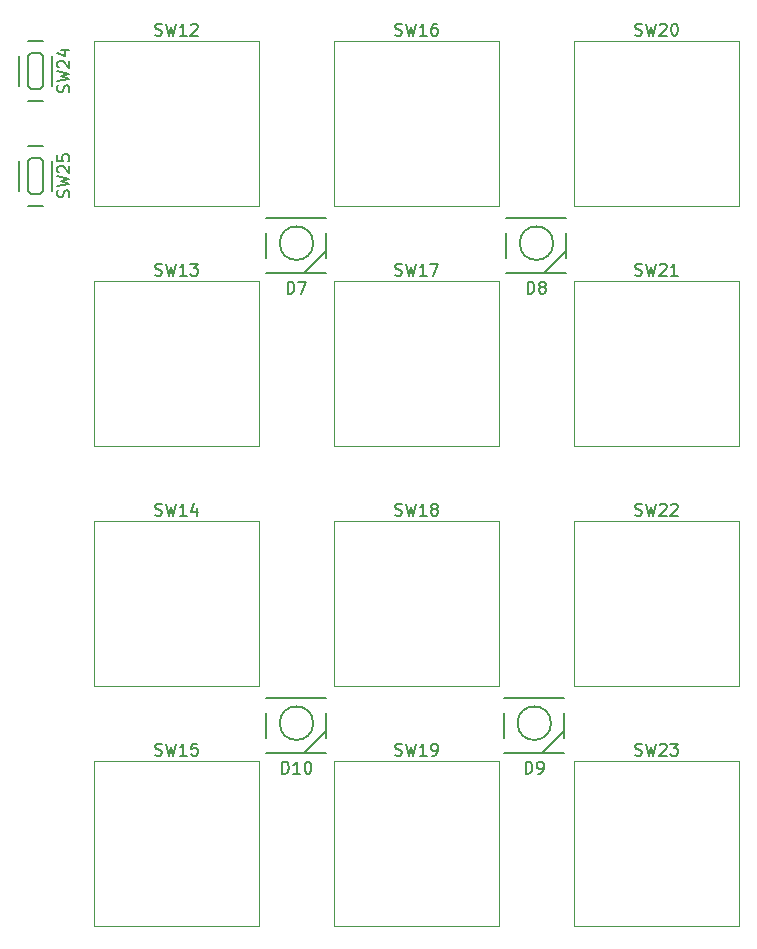
<source format=gto>
G04 #@! TF.GenerationSoftware,KiCad,Pcbnew,(5.1.5)-3*
G04 #@! TF.CreationDate,2020-09-04T17:37:12+09:00*
G04 #@! TF.ProjectId,futureKeyboardLeft,66757475-7265-44b6-9579-626f6172644c,rev?*
G04 #@! TF.SameCoordinates,Original*
G04 #@! TF.FileFunction,Legend,Top*
G04 #@! TF.FilePolarity,Positive*
%FSLAX46Y46*%
G04 Gerber Fmt 4.6, Leading zero omitted, Abs format (unit mm)*
G04 Created by KiCad (PCBNEW (5.1.5)-3) date 2020-09-04 17:37:12*
%MOMM*%
%LPD*%
G04 APERTURE LIST*
%ADD10C,0.120000*%
%ADD11C,0.150000*%
G04 APERTURE END LIST*
D10*
X133985000Y-43180000D02*
X133985000Y-29210000D01*
X147955000Y-43180000D02*
X133985000Y-43180000D01*
X147955000Y-29210000D02*
X147955000Y-43180000D01*
X133985000Y-29210000D02*
X147955000Y-29210000D01*
X133985000Y-63500000D02*
X133985000Y-49530000D01*
X147955000Y-63500000D02*
X133985000Y-63500000D01*
X147955000Y-49530000D02*
X147955000Y-63500000D01*
X133985000Y-49530000D02*
X147955000Y-49530000D01*
X133985000Y-69850000D02*
X147955000Y-69850000D01*
X147955000Y-69850000D02*
X147955000Y-83820000D01*
X147955000Y-83820000D02*
X133985000Y-83820000D01*
X133985000Y-83820000D02*
X133985000Y-69850000D01*
X133985000Y-90170000D02*
X147955000Y-90170000D01*
X147955000Y-90170000D02*
X147955000Y-104140000D01*
X147955000Y-104140000D02*
X133985000Y-104140000D01*
X133985000Y-104140000D02*
X133985000Y-90170000D01*
X154305000Y-29210000D02*
X168275000Y-29210000D01*
X168275000Y-29210000D02*
X168275000Y-43180000D01*
X168275000Y-43180000D02*
X154305000Y-43180000D01*
X154305000Y-43180000D02*
X154305000Y-29210000D01*
X154305000Y-49530000D02*
X168275000Y-49530000D01*
X168275000Y-49530000D02*
X168275000Y-63500000D01*
X168275000Y-63500000D02*
X154305000Y-63500000D01*
X154305000Y-63500000D02*
X154305000Y-49530000D01*
X154305000Y-83820000D02*
X154305000Y-69850000D01*
X168275000Y-83820000D02*
X154305000Y-83820000D01*
X168275000Y-69850000D02*
X168275000Y-83820000D01*
X154305000Y-69850000D02*
X168275000Y-69850000D01*
X154305000Y-104140000D02*
X154305000Y-90170000D01*
X168275000Y-104140000D02*
X154305000Y-104140000D01*
X168275000Y-90170000D02*
X168275000Y-104140000D01*
X154305000Y-90170000D02*
X168275000Y-90170000D01*
X174625000Y-29210000D02*
X188595000Y-29210000D01*
X188595000Y-29210000D02*
X188595000Y-43180000D01*
X188595000Y-43180000D02*
X174625000Y-43180000D01*
X174625000Y-43180000D02*
X174625000Y-29210000D01*
X174625000Y-49530000D02*
X188595000Y-49530000D01*
X188595000Y-49530000D02*
X188595000Y-63500000D01*
X188595000Y-63500000D02*
X174625000Y-63500000D01*
X174625000Y-63500000D02*
X174625000Y-49530000D01*
X174625000Y-83820000D02*
X174625000Y-69850000D01*
X188595000Y-83820000D02*
X174625000Y-83820000D01*
X188595000Y-69850000D02*
X188595000Y-83820000D01*
X174625000Y-69850000D02*
X188595000Y-69850000D01*
X174625000Y-104140000D02*
X174625000Y-90170000D01*
X188595000Y-104140000D02*
X174625000Y-104140000D01*
X188595000Y-90170000D02*
X188595000Y-104140000D01*
X174625000Y-90170000D02*
X188595000Y-90170000D01*
D11*
X128397000Y-34290000D02*
X129667000Y-34290000D01*
X130429000Y-33020000D02*
X130429000Y-30480000D01*
X127635000Y-30480000D02*
X127635000Y-33020000D01*
X128397000Y-29210000D02*
X129667000Y-29210000D01*
X128651000Y-33274000D02*
X129413000Y-33274000D01*
X129413000Y-33274000D02*
X129667000Y-33020000D01*
X129667000Y-33020000D02*
X129667000Y-30480000D01*
X129667000Y-30480000D02*
X129413000Y-30226000D01*
X129413000Y-30226000D02*
X128651000Y-30226000D01*
X128651000Y-30226000D02*
X128397000Y-30480000D01*
X128397000Y-30480000D02*
X128397000Y-33020000D01*
X128397000Y-33020000D02*
X128651000Y-33274000D01*
X128397000Y-41910000D02*
X128651000Y-42164000D01*
X128397000Y-39370000D02*
X128397000Y-41910000D01*
X128651000Y-39116000D02*
X128397000Y-39370000D01*
X129413000Y-39116000D02*
X128651000Y-39116000D01*
X129667000Y-39370000D02*
X129413000Y-39116000D01*
X129667000Y-41910000D02*
X129667000Y-39370000D01*
X129413000Y-42164000D02*
X129667000Y-41910000D01*
X128651000Y-42164000D02*
X129413000Y-42164000D01*
X128397000Y-38100000D02*
X129667000Y-38100000D01*
X127635000Y-39370000D02*
X127635000Y-41910000D01*
X130429000Y-41910000D02*
X130429000Y-39370000D01*
X128397000Y-43180000D02*
X129667000Y-43180000D01*
X148590000Y-45466000D02*
X148590000Y-47625000D01*
X153670000Y-45466000D02*
X153670000Y-47625000D01*
X152549903Y-46355000D02*
G75*
G03X152549903Y-46355000I-1419903J0D01*
G01*
X153670000Y-46990000D02*
X151765000Y-48895000D01*
X153670000Y-44196000D02*
X148590000Y-44196000D01*
X148590000Y-48895000D02*
X153670000Y-48895000D01*
X168910000Y-48895000D02*
X173990000Y-48895000D01*
X173990000Y-44196000D02*
X168910000Y-44196000D01*
X173990000Y-46990000D02*
X172085000Y-48895000D01*
X172869903Y-46355000D02*
G75*
G03X172869903Y-46355000I-1419903J0D01*
G01*
X173990000Y-45466000D02*
X173990000Y-47625000D01*
X168910000Y-45466000D02*
X168910000Y-47625000D01*
X168725000Y-89535000D02*
X173805000Y-89535000D01*
X173805000Y-84836000D02*
X168725000Y-84836000D01*
X173805000Y-87630000D02*
X171900000Y-89535000D01*
X172684903Y-86995000D02*
G75*
G03X172684903Y-86995000I-1419903J0D01*
G01*
X173805000Y-86106000D02*
X173805000Y-88265000D01*
X168725000Y-86106000D02*
X168725000Y-88265000D01*
X148590000Y-86106000D02*
X148590000Y-88265000D01*
X153670000Y-86106000D02*
X153670000Y-88265000D01*
X152549903Y-86995000D02*
G75*
G03X152549903Y-86995000I-1419903J0D01*
G01*
X153670000Y-87630000D02*
X151765000Y-89535000D01*
X153670000Y-84836000D02*
X148590000Y-84836000D01*
X148590000Y-89535000D02*
X153670000Y-89535000D01*
X139160476Y-28725761D02*
X139303333Y-28773380D01*
X139541428Y-28773380D01*
X139636666Y-28725761D01*
X139684285Y-28678142D01*
X139731904Y-28582904D01*
X139731904Y-28487666D01*
X139684285Y-28392428D01*
X139636666Y-28344809D01*
X139541428Y-28297190D01*
X139350952Y-28249571D01*
X139255714Y-28201952D01*
X139208095Y-28154333D01*
X139160476Y-28059095D01*
X139160476Y-27963857D01*
X139208095Y-27868619D01*
X139255714Y-27821000D01*
X139350952Y-27773380D01*
X139589047Y-27773380D01*
X139731904Y-27821000D01*
X140065238Y-27773380D02*
X140303333Y-28773380D01*
X140493809Y-28059095D01*
X140684285Y-28773380D01*
X140922380Y-27773380D01*
X141827142Y-28773380D02*
X141255714Y-28773380D01*
X141541428Y-28773380D02*
X141541428Y-27773380D01*
X141446190Y-27916238D01*
X141350952Y-28011476D01*
X141255714Y-28059095D01*
X142208095Y-27868619D02*
X142255714Y-27821000D01*
X142350952Y-27773380D01*
X142589047Y-27773380D01*
X142684285Y-27821000D01*
X142731904Y-27868619D01*
X142779523Y-27963857D01*
X142779523Y-28059095D01*
X142731904Y-28201952D01*
X142160476Y-28773380D01*
X142779523Y-28773380D01*
X139160476Y-49045761D02*
X139303333Y-49093380D01*
X139541428Y-49093380D01*
X139636666Y-49045761D01*
X139684285Y-48998142D01*
X139731904Y-48902904D01*
X139731904Y-48807666D01*
X139684285Y-48712428D01*
X139636666Y-48664809D01*
X139541428Y-48617190D01*
X139350952Y-48569571D01*
X139255714Y-48521952D01*
X139208095Y-48474333D01*
X139160476Y-48379095D01*
X139160476Y-48283857D01*
X139208095Y-48188619D01*
X139255714Y-48141000D01*
X139350952Y-48093380D01*
X139589047Y-48093380D01*
X139731904Y-48141000D01*
X140065238Y-48093380D02*
X140303333Y-49093380D01*
X140493809Y-48379095D01*
X140684285Y-49093380D01*
X140922380Y-48093380D01*
X141827142Y-49093380D02*
X141255714Y-49093380D01*
X141541428Y-49093380D02*
X141541428Y-48093380D01*
X141446190Y-48236238D01*
X141350952Y-48331476D01*
X141255714Y-48379095D01*
X142160476Y-48093380D02*
X142779523Y-48093380D01*
X142446190Y-48474333D01*
X142589047Y-48474333D01*
X142684285Y-48521952D01*
X142731904Y-48569571D01*
X142779523Y-48664809D01*
X142779523Y-48902904D01*
X142731904Y-48998142D01*
X142684285Y-49045761D01*
X142589047Y-49093380D01*
X142303333Y-49093380D01*
X142208095Y-49045761D01*
X142160476Y-48998142D01*
X139160476Y-69365761D02*
X139303333Y-69413380D01*
X139541428Y-69413380D01*
X139636666Y-69365761D01*
X139684285Y-69318142D01*
X139731904Y-69222904D01*
X139731904Y-69127666D01*
X139684285Y-69032428D01*
X139636666Y-68984809D01*
X139541428Y-68937190D01*
X139350952Y-68889571D01*
X139255714Y-68841952D01*
X139208095Y-68794333D01*
X139160476Y-68699095D01*
X139160476Y-68603857D01*
X139208095Y-68508619D01*
X139255714Y-68461000D01*
X139350952Y-68413380D01*
X139589047Y-68413380D01*
X139731904Y-68461000D01*
X140065238Y-68413380D02*
X140303333Y-69413380D01*
X140493809Y-68699095D01*
X140684285Y-69413380D01*
X140922380Y-68413380D01*
X141827142Y-69413380D02*
X141255714Y-69413380D01*
X141541428Y-69413380D02*
X141541428Y-68413380D01*
X141446190Y-68556238D01*
X141350952Y-68651476D01*
X141255714Y-68699095D01*
X142684285Y-68746714D02*
X142684285Y-69413380D01*
X142446190Y-68365761D02*
X142208095Y-69080047D01*
X142827142Y-69080047D01*
X139160476Y-89685761D02*
X139303333Y-89733380D01*
X139541428Y-89733380D01*
X139636666Y-89685761D01*
X139684285Y-89638142D01*
X139731904Y-89542904D01*
X139731904Y-89447666D01*
X139684285Y-89352428D01*
X139636666Y-89304809D01*
X139541428Y-89257190D01*
X139350952Y-89209571D01*
X139255714Y-89161952D01*
X139208095Y-89114333D01*
X139160476Y-89019095D01*
X139160476Y-88923857D01*
X139208095Y-88828619D01*
X139255714Y-88781000D01*
X139350952Y-88733380D01*
X139589047Y-88733380D01*
X139731904Y-88781000D01*
X140065238Y-88733380D02*
X140303333Y-89733380D01*
X140493809Y-89019095D01*
X140684285Y-89733380D01*
X140922380Y-88733380D01*
X141827142Y-89733380D02*
X141255714Y-89733380D01*
X141541428Y-89733380D02*
X141541428Y-88733380D01*
X141446190Y-88876238D01*
X141350952Y-88971476D01*
X141255714Y-89019095D01*
X142731904Y-88733380D02*
X142255714Y-88733380D01*
X142208095Y-89209571D01*
X142255714Y-89161952D01*
X142350952Y-89114333D01*
X142589047Y-89114333D01*
X142684285Y-89161952D01*
X142731904Y-89209571D01*
X142779523Y-89304809D01*
X142779523Y-89542904D01*
X142731904Y-89638142D01*
X142684285Y-89685761D01*
X142589047Y-89733380D01*
X142350952Y-89733380D01*
X142255714Y-89685761D01*
X142208095Y-89638142D01*
X159480476Y-28725761D02*
X159623333Y-28773380D01*
X159861428Y-28773380D01*
X159956666Y-28725761D01*
X160004285Y-28678142D01*
X160051904Y-28582904D01*
X160051904Y-28487666D01*
X160004285Y-28392428D01*
X159956666Y-28344809D01*
X159861428Y-28297190D01*
X159670952Y-28249571D01*
X159575714Y-28201952D01*
X159528095Y-28154333D01*
X159480476Y-28059095D01*
X159480476Y-27963857D01*
X159528095Y-27868619D01*
X159575714Y-27821000D01*
X159670952Y-27773380D01*
X159909047Y-27773380D01*
X160051904Y-27821000D01*
X160385238Y-27773380D02*
X160623333Y-28773380D01*
X160813809Y-28059095D01*
X161004285Y-28773380D01*
X161242380Y-27773380D01*
X162147142Y-28773380D02*
X161575714Y-28773380D01*
X161861428Y-28773380D02*
X161861428Y-27773380D01*
X161766190Y-27916238D01*
X161670952Y-28011476D01*
X161575714Y-28059095D01*
X163004285Y-27773380D02*
X162813809Y-27773380D01*
X162718571Y-27821000D01*
X162670952Y-27868619D01*
X162575714Y-28011476D01*
X162528095Y-28201952D01*
X162528095Y-28582904D01*
X162575714Y-28678142D01*
X162623333Y-28725761D01*
X162718571Y-28773380D01*
X162909047Y-28773380D01*
X163004285Y-28725761D01*
X163051904Y-28678142D01*
X163099523Y-28582904D01*
X163099523Y-28344809D01*
X163051904Y-28249571D01*
X163004285Y-28201952D01*
X162909047Y-28154333D01*
X162718571Y-28154333D01*
X162623333Y-28201952D01*
X162575714Y-28249571D01*
X162528095Y-28344809D01*
X159480476Y-49045761D02*
X159623333Y-49093380D01*
X159861428Y-49093380D01*
X159956666Y-49045761D01*
X160004285Y-48998142D01*
X160051904Y-48902904D01*
X160051904Y-48807666D01*
X160004285Y-48712428D01*
X159956666Y-48664809D01*
X159861428Y-48617190D01*
X159670952Y-48569571D01*
X159575714Y-48521952D01*
X159528095Y-48474333D01*
X159480476Y-48379095D01*
X159480476Y-48283857D01*
X159528095Y-48188619D01*
X159575714Y-48141000D01*
X159670952Y-48093380D01*
X159909047Y-48093380D01*
X160051904Y-48141000D01*
X160385238Y-48093380D02*
X160623333Y-49093380D01*
X160813809Y-48379095D01*
X161004285Y-49093380D01*
X161242380Y-48093380D01*
X162147142Y-49093380D02*
X161575714Y-49093380D01*
X161861428Y-49093380D02*
X161861428Y-48093380D01*
X161766190Y-48236238D01*
X161670952Y-48331476D01*
X161575714Y-48379095D01*
X162480476Y-48093380D02*
X163147142Y-48093380D01*
X162718571Y-49093380D01*
X159480476Y-69365761D02*
X159623333Y-69413380D01*
X159861428Y-69413380D01*
X159956666Y-69365761D01*
X160004285Y-69318142D01*
X160051904Y-69222904D01*
X160051904Y-69127666D01*
X160004285Y-69032428D01*
X159956666Y-68984809D01*
X159861428Y-68937190D01*
X159670952Y-68889571D01*
X159575714Y-68841952D01*
X159528095Y-68794333D01*
X159480476Y-68699095D01*
X159480476Y-68603857D01*
X159528095Y-68508619D01*
X159575714Y-68461000D01*
X159670952Y-68413380D01*
X159909047Y-68413380D01*
X160051904Y-68461000D01*
X160385238Y-68413380D02*
X160623333Y-69413380D01*
X160813809Y-68699095D01*
X161004285Y-69413380D01*
X161242380Y-68413380D01*
X162147142Y-69413380D02*
X161575714Y-69413380D01*
X161861428Y-69413380D02*
X161861428Y-68413380D01*
X161766190Y-68556238D01*
X161670952Y-68651476D01*
X161575714Y-68699095D01*
X162718571Y-68841952D02*
X162623333Y-68794333D01*
X162575714Y-68746714D01*
X162528095Y-68651476D01*
X162528095Y-68603857D01*
X162575714Y-68508619D01*
X162623333Y-68461000D01*
X162718571Y-68413380D01*
X162909047Y-68413380D01*
X163004285Y-68461000D01*
X163051904Y-68508619D01*
X163099523Y-68603857D01*
X163099523Y-68651476D01*
X163051904Y-68746714D01*
X163004285Y-68794333D01*
X162909047Y-68841952D01*
X162718571Y-68841952D01*
X162623333Y-68889571D01*
X162575714Y-68937190D01*
X162528095Y-69032428D01*
X162528095Y-69222904D01*
X162575714Y-69318142D01*
X162623333Y-69365761D01*
X162718571Y-69413380D01*
X162909047Y-69413380D01*
X163004285Y-69365761D01*
X163051904Y-69318142D01*
X163099523Y-69222904D01*
X163099523Y-69032428D01*
X163051904Y-68937190D01*
X163004285Y-68889571D01*
X162909047Y-68841952D01*
X159480476Y-89685761D02*
X159623333Y-89733380D01*
X159861428Y-89733380D01*
X159956666Y-89685761D01*
X160004285Y-89638142D01*
X160051904Y-89542904D01*
X160051904Y-89447666D01*
X160004285Y-89352428D01*
X159956666Y-89304809D01*
X159861428Y-89257190D01*
X159670952Y-89209571D01*
X159575714Y-89161952D01*
X159528095Y-89114333D01*
X159480476Y-89019095D01*
X159480476Y-88923857D01*
X159528095Y-88828619D01*
X159575714Y-88781000D01*
X159670952Y-88733380D01*
X159909047Y-88733380D01*
X160051904Y-88781000D01*
X160385238Y-88733380D02*
X160623333Y-89733380D01*
X160813809Y-89019095D01*
X161004285Y-89733380D01*
X161242380Y-88733380D01*
X162147142Y-89733380D02*
X161575714Y-89733380D01*
X161861428Y-89733380D02*
X161861428Y-88733380D01*
X161766190Y-88876238D01*
X161670952Y-88971476D01*
X161575714Y-89019095D01*
X162623333Y-89733380D02*
X162813809Y-89733380D01*
X162909047Y-89685761D01*
X162956666Y-89638142D01*
X163051904Y-89495285D01*
X163099523Y-89304809D01*
X163099523Y-88923857D01*
X163051904Y-88828619D01*
X163004285Y-88781000D01*
X162909047Y-88733380D01*
X162718571Y-88733380D01*
X162623333Y-88781000D01*
X162575714Y-88828619D01*
X162528095Y-88923857D01*
X162528095Y-89161952D01*
X162575714Y-89257190D01*
X162623333Y-89304809D01*
X162718571Y-89352428D01*
X162909047Y-89352428D01*
X163004285Y-89304809D01*
X163051904Y-89257190D01*
X163099523Y-89161952D01*
X179800476Y-28725761D02*
X179943333Y-28773380D01*
X180181428Y-28773380D01*
X180276666Y-28725761D01*
X180324285Y-28678142D01*
X180371904Y-28582904D01*
X180371904Y-28487666D01*
X180324285Y-28392428D01*
X180276666Y-28344809D01*
X180181428Y-28297190D01*
X179990952Y-28249571D01*
X179895714Y-28201952D01*
X179848095Y-28154333D01*
X179800476Y-28059095D01*
X179800476Y-27963857D01*
X179848095Y-27868619D01*
X179895714Y-27821000D01*
X179990952Y-27773380D01*
X180229047Y-27773380D01*
X180371904Y-27821000D01*
X180705238Y-27773380D02*
X180943333Y-28773380D01*
X181133809Y-28059095D01*
X181324285Y-28773380D01*
X181562380Y-27773380D01*
X181895714Y-27868619D02*
X181943333Y-27821000D01*
X182038571Y-27773380D01*
X182276666Y-27773380D01*
X182371904Y-27821000D01*
X182419523Y-27868619D01*
X182467142Y-27963857D01*
X182467142Y-28059095D01*
X182419523Y-28201952D01*
X181848095Y-28773380D01*
X182467142Y-28773380D01*
X183086190Y-27773380D02*
X183181428Y-27773380D01*
X183276666Y-27821000D01*
X183324285Y-27868619D01*
X183371904Y-27963857D01*
X183419523Y-28154333D01*
X183419523Y-28392428D01*
X183371904Y-28582904D01*
X183324285Y-28678142D01*
X183276666Y-28725761D01*
X183181428Y-28773380D01*
X183086190Y-28773380D01*
X182990952Y-28725761D01*
X182943333Y-28678142D01*
X182895714Y-28582904D01*
X182848095Y-28392428D01*
X182848095Y-28154333D01*
X182895714Y-27963857D01*
X182943333Y-27868619D01*
X182990952Y-27821000D01*
X183086190Y-27773380D01*
X179800476Y-49045761D02*
X179943333Y-49093380D01*
X180181428Y-49093380D01*
X180276666Y-49045761D01*
X180324285Y-48998142D01*
X180371904Y-48902904D01*
X180371904Y-48807666D01*
X180324285Y-48712428D01*
X180276666Y-48664809D01*
X180181428Y-48617190D01*
X179990952Y-48569571D01*
X179895714Y-48521952D01*
X179848095Y-48474333D01*
X179800476Y-48379095D01*
X179800476Y-48283857D01*
X179848095Y-48188619D01*
X179895714Y-48141000D01*
X179990952Y-48093380D01*
X180229047Y-48093380D01*
X180371904Y-48141000D01*
X180705238Y-48093380D02*
X180943333Y-49093380D01*
X181133809Y-48379095D01*
X181324285Y-49093380D01*
X181562380Y-48093380D01*
X181895714Y-48188619D02*
X181943333Y-48141000D01*
X182038571Y-48093380D01*
X182276666Y-48093380D01*
X182371904Y-48141000D01*
X182419523Y-48188619D01*
X182467142Y-48283857D01*
X182467142Y-48379095D01*
X182419523Y-48521952D01*
X181848095Y-49093380D01*
X182467142Y-49093380D01*
X183419523Y-49093380D02*
X182848095Y-49093380D01*
X183133809Y-49093380D02*
X183133809Y-48093380D01*
X183038571Y-48236238D01*
X182943333Y-48331476D01*
X182848095Y-48379095D01*
X179800476Y-69365761D02*
X179943333Y-69413380D01*
X180181428Y-69413380D01*
X180276666Y-69365761D01*
X180324285Y-69318142D01*
X180371904Y-69222904D01*
X180371904Y-69127666D01*
X180324285Y-69032428D01*
X180276666Y-68984809D01*
X180181428Y-68937190D01*
X179990952Y-68889571D01*
X179895714Y-68841952D01*
X179848095Y-68794333D01*
X179800476Y-68699095D01*
X179800476Y-68603857D01*
X179848095Y-68508619D01*
X179895714Y-68461000D01*
X179990952Y-68413380D01*
X180229047Y-68413380D01*
X180371904Y-68461000D01*
X180705238Y-68413380D02*
X180943333Y-69413380D01*
X181133809Y-68699095D01*
X181324285Y-69413380D01*
X181562380Y-68413380D01*
X181895714Y-68508619D02*
X181943333Y-68461000D01*
X182038571Y-68413380D01*
X182276666Y-68413380D01*
X182371904Y-68461000D01*
X182419523Y-68508619D01*
X182467142Y-68603857D01*
X182467142Y-68699095D01*
X182419523Y-68841952D01*
X181848095Y-69413380D01*
X182467142Y-69413380D01*
X182848095Y-68508619D02*
X182895714Y-68461000D01*
X182990952Y-68413380D01*
X183229047Y-68413380D01*
X183324285Y-68461000D01*
X183371904Y-68508619D01*
X183419523Y-68603857D01*
X183419523Y-68699095D01*
X183371904Y-68841952D01*
X182800476Y-69413380D01*
X183419523Y-69413380D01*
X179800476Y-89685761D02*
X179943333Y-89733380D01*
X180181428Y-89733380D01*
X180276666Y-89685761D01*
X180324285Y-89638142D01*
X180371904Y-89542904D01*
X180371904Y-89447666D01*
X180324285Y-89352428D01*
X180276666Y-89304809D01*
X180181428Y-89257190D01*
X179990952Y-89209571D01*
X179895714Y-89161952D01*
X179848095Y-89114333D01*
X179800476Y-89019095D01*
X179800476Y-88923857D01*
X179848095Y-88828619D01*
X179895714Y-88781000D01*
X179990952Y-88733380D01*
X180229047Y-88733380D01*
X180371904Y-88781000D01*
X180705238Y-88733380D02*
X180943333Y-89733380D01*
X181133809Y-89019095D01*
X181324285Y-89733380D01*
X181562380Y-88733380D01*
X181895714Y-88828619D02*
X181943333Y-88781000D01*
X182038571Y-88733380D01*
X182276666Y-88733380D01*
X182371904Y-88781000D01*
X182419523Y-88828619D01*
X182467142Y-88923857D01*
X182467142Y-89019095D01*
X182419523Y-89161952D01*
X181848095Y-89733380D01*
X182467142Y-89733380D01*
X182800476Y-88733380D02*
X183419523Y-88733380D01*
X183086190Y-89114333D01*
X183229047Y-89114333D01*
X183324285Y-89161952D01*
X183371904Y-89209571D01*
X183419523Y-89304809D01*
X183419523Y-89542904D01*
X183371904Y-89638142D01*
X183324285Y-89685761D01*
X183229047Y-89733380D01*
X182943333Y-89733380D01*
X182848095Y-89685761D01*
X182800476Y-89638142D01*
X131849761Y-33559523D02*
X131897380Y-33416666D01*
X131897380Y-33178571D01*
X131849761Y-33083333D01*
X131802142Y-33035714D01*
X131706904Y-32988095D01*
X131611666Y-32988095D01*
X131516428Y-33035714D01*
X131468809Y-33083333D01*
X131421190Y-33178571D01*
X131373571Y-33369047D01*
X131325952Y-33464285D01*
X131278333Y-33511904D01*
X131183095Y-33559523D01*
X131087857Y-33559523D01*
X130992619Y-33511904D01*
X130945000Y-33464285D01*
X130897380Y-33369047D01*
X130897380Y-33130952D01*
X130945000Y-32988095D01*
X130897380Y-32654761D02*
X131897380Y-32416666D01*
X131183095Y-32226190D01*
X131897380Y-32035714D01*
X130897380Y-31797619D01*
X130992619Y-31464285D02*
X130945000Y-31416666D01*
X130897380Y-31321428D01*
X130897380Y-31083333D01*
X130945000Y-30988095D01*
X130992619Y-30940476D01*
X131087857Y-30892857D01*
X131183095Y-30892857D01*
X131325952Y-30940476D01*
X131897380Y-31511904D01*
X131897380Y-30892857D01*
X131230714Y-30035714D02*
X131897380Y-30035714D01*
X130849761Y-30273809D02*
X131564047Y-30511904D01*
X131564047Y-29892857D01*
X131849761Y-42449523D02*
X131897380Y-42306666D01*
X131897380Y-42068571D01*
X131849761Y-41973333D01*
X131802142Y-41925714D01*
X131706904Y-41878095D01*
X131611666Y-41878095D01*
X131516428Y-41925714D01*
X131468809Y-41973333D01*
X131421190Y-42068571D01*
X131373571Y-42259047D01*
X131325952Y-42354285D01*
X131278333Y-42401904D01*
X131183095Y-42449523D01*
X131087857Y-42449523D01*
X130992619Y-42401904D01*
X130945000Y-42354285D01*
X130897380Y-42259047D01*
X130897380Y-42020952D01*
X130945000Y-41878095D01*
X130897380Y-41544761D02*
X131897380Y-41306666D01*
X131183095Y-41116190D01*
X131897380Y-40925714D01*
X130897380Y-40687619D01*
X130992619Y-40354285D02*
X130945000Y-40306666D01*
X130897380Y-40211428D01*
X130897380Y-39973333D01*
X130945000Y-39878095D01*
X130992619Y-39830476D01*
X131087857Y-39782857D01*
X131183095Y-39782857D01*
X131325952Y-39830476D01*
X131897380Y-40401904D01*
X131897380Y-39782857D01*
X130897380Y-38878095D02*
X130897380Y-39354285D01*
X131373571Y-39401904D01*
X131325952Y-39354285D01*
X131278333Y-39259047D01*
X131278333Y-39020952D01*
X131325952Y-38925714D01*
X131373571Y-38878095D01*
X131468809Y-38830476D01*
X131706904Y-38830476D01*
X131802142Y-38878095D01*
X131849761Y-38925714D01*
X131897380Y-39020952D01*
X131897380Y-39259047D01*
X131849761Y-39354285D01*
X131802142Y-39401904D01*
X150391904Y-50617380D02*
X150391904Y-49617380D01*
X150630000Y-49617380D01*
X150772857Y-49665000D01*
X150868095Y-49760238D01*
X150915714Y-49855476D01*
X150963333Y-50045952D01*
X150963333Y-50188809D01*
X150915714Y-50379285D01*
X150868095Y-50474523D01*
X150772857Y-50569761D01*
X150630000Y-50617380D01*
X150391904Y-50617380D01*
X151296666Y-49617380D02*
X151963333Y-49617380D01*
X151534761Y-50617380D01*
X170711904Y-50617380D02*
X170711904Y-49617380D01*
X170950000Y-49617380D01*
X171092857Y-49665000D01*
X171188095Y-49760238D01*
X171235714Y-49855476D01*
X171283333Y-50045952D01*
X171283333Y-50188809D01*
X171235714Y-50379285D01*
X171188095Y-50474523D01*
X171092857Y-50569761D01*
X170950000Y-50617380D01*
X170711904Y-50617380D01*
X171854761Y-50045952D02*
X171759523Y-49998333D01*
X171711904Y-49950714D01*
X171664285Y-49855476D01*
X171664285Y-49807857D01*
X171711904Y-49712619D01*
X171759523Y-49665000D01*
X171854761Y-49617380D01*
X172045238Y-49617380D01*
X172140476Y-49665000D01*
X172188095Y-49712619D01*
X172235714Y-49807857D01*
X172235714Y-49855476D01*
X172188095Y-49950714D01*
X172140476Y-49998333D01*
X172045238Y-50045952D01*
X171854761Y-50045952D01*
X171759523Y-50093571D01*
X171711904Y-50141190D01*
X171664285Y-50236428D01*
X171664285Y-50426904D01*
X171711904Y-50522142D01*
X171759523Y-50569761D01*
X171854761Y-50617380D01*
X172045238Y-50617380D01*
X172140476Y-50569761D01*
X172188095Y-50522142D01*
X172235714Y-50426904D01*
X172235714Y-50236428D01*
X172188095Y-50141190D01*
X172140476Y-50093571D01*
X172045238Y-50045952D01*
X170526904Y-91257380D02*
X170526904Y-90257380D01*
X170765000Y-90257380D01*
X170907857Y-90305000D01*
X171003095Y-90400238D01*
X171050714Y-90495476D01*
X171098333Y-90685952D01*
X171098333Y-90828809D01*
X171050714Y-91019285D01*
X171003095Y-91114523D01*
X170907857Y-91209761D01*
X170765000Y-91257380D01*
X170526904Y-91257380D01*
X171574523Y-91257380D02*
X171765000Y-91257380D01*
X171860238Y-91209761D01*
X171907857Y-91162142D01*
X172003095Y-91019285D01*
X172050714Y-90828809D01*
X172050714Y-90447857D01*
X172003095Y-90352619D01*
X171955476Y-90305000D01*
X171860238Y-90257380D01*
X171669761Y-90257380D01*
X171574523Y-90305000D01*
X171526904Y-90352619D01*
X171479285Y-90447857D01*
X171479285Y-90685952D01*
X171526904Y-90781190D01*
X171574523Y-90828809D01*
X171669761Y-90876428D01*
X171860238Y-90876428D01*
X171955476Y-90828809D01*
X172003095Y-90781190D01*
X172050714Y-90685952D01*
X149915714Y-91257380D02*
X149915714Y-90257380D01*
X150153809Y-90257380D01*
X150296666Y-90305000D01*
X150391904Y-90400238D01*
X150439523Y-90495476D01*
X150487142Y-90685952D01*
X150487142Y-90828809D01*
X150439523Y-91019285D01*
X150391904Y-91114523D01*
X150296666Y-91209761D01*
X150153809Y-91257380D01*
X149915714Y-91257380D01*
X151439523Y-91257380D02*
X150868095Y-91257380D01*
X151153809Y-91257380D02*
X151153809Y-90257380D01*
X151058571Y-90400238D01*
X150963333Y-90495476D01*
X150868095Y-90543095D01*
X152058571Y-90257380D02*
X152153809Y-90257380D01*
X152249047Y-90305000D01*
X152296666Y-90352619D01*
X152344285Y-90447857D01*
X152391904Y-90638333D01*
X152391904Y-90876428D01*
X152344285Y-91066904D01*
X152296666Y-91162142D01*
X152249047Y-91209761D01*
X152153809Y-91257380D01*
X152058571Y-91257380D01*
X151963333Y-91209761D01*
X151915714Y-91162142D01*
X151868095Y-91066904D01*
X151820476Y-90876428D01*
X151820476Y-90638333D01*
X151868095Y-90447857D01*
X151915714Y-90352619D01*
X151963333Y-90305000D01*
X152058571Y-90257380D01*
M02*

</source>
